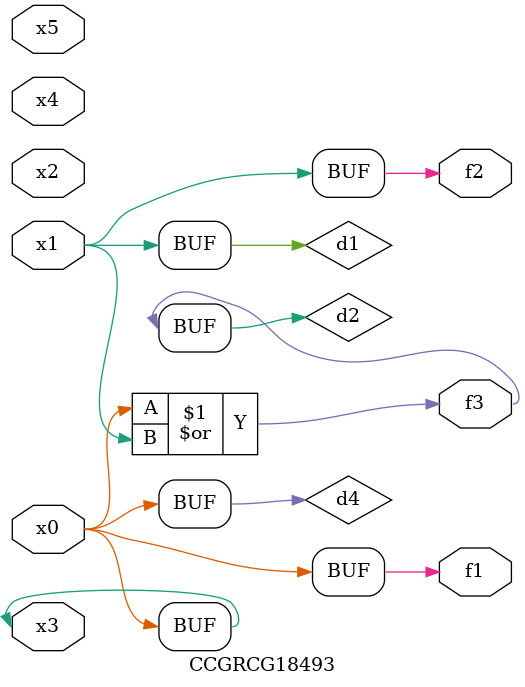
<source format=v>
module CCGRCG18493(
	input x0, x1, x2, x3, x4, x5,
	output f1, f2, f3
);

	wire d1, d2, d3, d4;

	and (d1, x1);
	or (d2, x0, x1);
	nand (d3, x0, x5);
	buf (d4, x0, x3);
	assign f1 = d4;
	assign f2 = d1;
	assign f3 = d2;
endmodule

</source>
